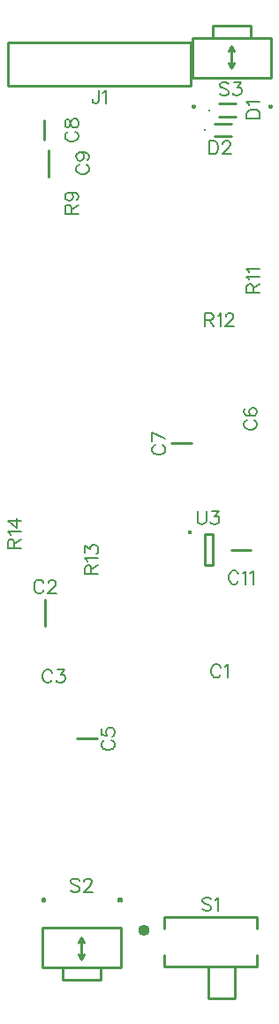
<source format=gbr>
G04 DipTrace 3.1.0.1*
G04 TopSilk.gbr*
%MOIN*%
G04 #@! TF.FileFunction,Legend,Top*
G04 #@! TF.Part,Single*
%ADD10C,0.009843*%
%ADD19O,0.043323X0.04321*%
%ADD24C,0.009433*%
%ADD35C,0.015395*%
%ADD76C,0.00772*%
%FSLAX26Y26*%
G04*
G70*
G90*
G75*
G01*
G04 TopSilk*
%LPD*%
X562045Y1727622D2*
D10*
Y1815122D1*
Y1740122D2*
Y1715122D1*
X744446Y1289970D2*
X694451D1*
X681949D1*
X744446D2*
X756949D1*
X1050739Y2402791D2*
X1100734D1*
X1113236D1*
X1050739D2*
X1038236D1*
X556829Y3559065D2*
Y3609060D1*
Y3621563D1*
Y3559065D2*
Y3546563D1*
X574546Y3421550D2*
Y3509050D1*
Y3434050D2*
Y3409050D1*
X1325757Y2002545D2*
X1275762D1*
X1263260D1*
X1325757D2*
X1338260D1*
X1218806Y3682692D2*
X1281797D1*
X1218806Y3635449D2*
X1281797D1*
D24*
X1181798Y3659071D3*
X1200054Y3607684D2*
D10*
X1263045D1*
X1200054Y3560442D2*
X1263045D1*
D24*
X1163046Y3584063D3*
X421003Y3912829D2*
D10*
X1109979D1*
Y3751412D1*
X421003D1*
Y3912829D1*
X1360039Y473618D2*
Y429886D1*
X1010039D1*
Y473618D1*
X1360039Y573608D2*
Y617371D1*
X1010039D1*
Y573608D1*
X1278780Y311122D2*
X1178780D1*
Y429886D1*
X1278780D1*
Y311122D1*
X551194Y688987D2*
Y679159D1*
X769669Y379921D2*
X627969D1*
Y427425D1*
X769669Y379921D2*
Y427425D1*
X698819Y462534D2*
Y539306D1*
Y541284D2*
X708658Y521597D1*
X698819Y541284D2*
X688980Y521597D1*
X698819Y456631D2*
X708658Y478297D1*
X698819Y456631D2*
X688980Y478297D1*
X551194Y688987D2*
X557430D1*
X558365D2*
Y679159D1*
X846444Y427425D2*
X551194D1*
X846479Y688987D2*
X846444Y679159D1*
X839272Y688987D2*
X845509D1*
X839272D2*
Y679159D1*
X551194Y427425D2*
Y576765D1*
X846444D2*
Y427425D1*
Y576765D2*
X551194D1*
X1413373Y3669281D2*
Y3679109D1*
X1194898Y3978346D2*
X1336598D1*
Y3930843D1*
X1194898Y3978346D2*
Y3930843D1*
X1265748Y3895733D2*
Y3818961D1*
Y3816983D2*
X1255909Y3836671D1*
X1265748Y3816983D2*
X1275587Y3836671D1*
X1265748Y3901636D2*
X1255909Y3879971D1*
X1265748Y3901636D2*
X1275587Y3879971D1*
X1413373Y3669281D2*
X1407137D1*
X1406202D2*
Y3679109D1*
X1118123Y3930843D2*
X1413373D1*
X1118088Y3669281D2*
X1118123Y3679109D1*
X1125294Y3669281D2*
X1119058D1*
X1125294D2*
Y3679109D1*
X1413373Y3930843D2*
Y3781503D1*
X1118123D2*
Y3930843D1*
Y3781503D2*
X1413373D1*
D35*
X1109116Y2067065D3*
X1163182Y2061802D2*
D10*
Y1943694D1*
X1194672Y2061802D2*
Y1943694D1*
X1163182D2*
X1194672D1*
X1163182Y2061802D2*
X1194672D1*
D19*
X935024Y567816D3*
X1223971Y1558343D2*
D76*
X1221594Y1563096D1*
X1216786Y1567904D1*
X1212032Y1570281D1*
X1202471D1*
X1197662Y1567904D1*
X1192909Y1563096D1*
X1190477Y1558343D1*
X1188101Y1551158D1*
Y1539164D1*
X1190477Y1532034D1*
X1192909Y1527226D1*
X1197662Y1522473D1*
X1202471Y1520041D1*
X1212032D1*
X1216786Y1522473D1*
X1221594Y1527226D1*
X1223971Y1532034D1*
X1239410Y1560664D2*
X1244218Y1563096D1*
X1251403Y1570226D1*
Y1520041D1*
X555513Y1876407D2*
X553137Y1881160D1*
X548328Y1885969D1*
X543575Y1888345D1*
X534013D1*
X529205Y1885969D1*
X524452Y1881160D1*
X522020Y1876407D1*
X519643Y1869222D1*
Y1857228D1*
X522020Y1850099D1*
X524452Y1845290D1*
X529205Y1840537D1*
X534013Y1838105D1*
X543575D1*
X548328Y1840537D1*
X553137Y1845290D1*
X555513Y1850099D1*
X573384Y1876352D2*
Y1878728D1*
X575761Y1883537D1*
X578138Y1885913D1*
X582946Y1888290D1*
X592508D1*
X597261Y1885913D1*
X599637Y1883537D1*
X602069Y1878728D1*
Y1873975D1*
X599637Y1869167D1*
X594884Y1862037D1*
X570953Y1838105D1*
X604446D1*
X587654Y1538871D2*
X585277Y1543625D1*
X580469Y1548433D1*
X575715Y1550810D1*
X566154D1*
X561345Y1548433D1*
X556592Y1543625D1*
X554160Y1538871D1*
X551784Y1531686D1*
Y1519693D1*
X554160Y1512563D1*
X556592Y1507755D1*
X561345Y1503002D1*
X566154Y1500570D1*
X575715D1*
X580469Y1503002D1*
X585277Y1507755D1*
X587654Y1512563D1*
X607901Y1550754D2*
X634154D1*
X619840Y1531631D1*
X627025D1*
X631778Y1529255D1*
X634154Y1526878D1*
X636586Y1519693D1*
Y1514940D1*
X634154Y1507755D1*
X629401Y1502946D1*
X622216Y1500570D1*
X615031D1*
X607901Y1502946D1*
X605525Y1505378D1*
X603093Y1510131D1*
X785846Y1283439D2*
X781093Y1281062D1*
X776284Y1276254D1*
X773908Y1271500D1*
Y1261939D1*
X776284Y1257130D1*
X781093Y1252377D1*
X785846Y1249945D1*
X793031Y1247569D1*
X805024D1*
X812154Y1249945D1*
X816962Y1252377D1*
X821716Y1257130D1*
X824148Y1261939D1*
Y1271500D1*
X821716Y1276253D1*
X816963Y1281062D1*
X812154Y1283439D1*
X773963Y1327563D2*
Y1303686D1*
X795463Y1301310D1*
X793086Y1303686D1*
X790654Y1310871D1*
Y1318001D1*
X793086Y1325186D1*
X797839Y1329995D1*
X805024Y1332371D1*
X809777D1*
X816963Y1329994D1*
X821771Y1325186D1*
X824148Y1318001D1*
Y1310871D1*
X821771Y1303686D1*
X819339Y1301310D1*
X814586Y1298878D1*
X1323398Y2490774D2*
X1318645Y2488397D1*
X1313837Y2483589D1*
X1311460Y2478836D1*
Y2469274D1*
X1313837Y2464466D1*
X1318645Y2459712D1*
X1323398Y2457281D1*
X1330583Y2454904D1*
X1342577D1*
X1349707Y2457281D1*
X1354515Y2459712D1*
X1359268Y2464466D1*
X1361700Y2469274D1*
Y2478836D1*
X1359268Y2483589D1*
X1354515Y2488397D1*
X1349707Y2490774D1*
X1318645Y2534898D2*
X1313892Y2532521D1*
X1311515Y2525336D1*
Y2520583D1*
X1313892Y2513398D1*
X1321077Y2508590D1*
X1333015Y2506213D1*
X1344953D1*
X1354515Y2508590D1*
X1359323Y2513398D1*
X1361700Y2520583D1*
Y2522960D1*
X1359323Y2530090D1*
X1354515Y2534898D1*
X1347330Y2537275D1*
X1344953D1*
X1337768Y2534898D1*
X1333015Y2530090D1*
X1330639Y2522960D1*
Y2520583D1*
X1333015Y2513398D1*
X1337768Y2508590D1*
X1344953Y2506213D1*
X976951Y2396260D2*
X972198Y2393884D1*
X967390Y2389075D1*
X965013Y2384322D1*
Y2374760D1*
X967390Y2369952D1*
X972198Y2365199D1*
X976951Y2362767D1*
X984136Y2360390D1*
X996130D1*
X1003260Y2362767D1*
X1008068Y2365199D1*
X1012821Y2369952D1*
X1015253Y2374760D1*
Y2384322D1*
X1012821Y2389075D1*
X1008068Y2393883D1*
X1003260Y2396260D1*
X1015253Y2421261D2*
X965068Y2445193D1*
Y2411699D1*
X648718Y3577559D2*
X643965Y3575183D1*
X639157Y3570374D1*
X636780Y3565621D1*
Y3556060D1*
X639157Y3551251D1*
X643965Y3546498D1*
X648718Y3544066D1*
X655903Y3541690D1*
X667897D1*
X675027Y3544066D1*
X679835Y3546498D1*
X684588Y3551251D1*
X687020Y3556060D1*
Y3565621D1*
X684588Y3570374D1*
X679835Y3575183D1*
X675027Y3577559D1*
X636836Y3604937D2*
X639212Y3597807D1*
X643965Y3595375D1*
X648774D1*
X653527Y3597807D1*
X655959Y3602560D1*
X658335Y3612122D1*
X660712Y3619307D1*
X665520Y3624060D1*
X670274Y3626437D1*
X677459D1*
X682212Y3624060D1*
X684644Y3621683D1*
X687020Y3614498D1*
Y3604937D1*
X684644Y3597807D1*
X682212Y3595375D1*
X677459Y3592999D1*
X670274D1*
X665520Y3595375D1*
X660712Y3600184D1*
X658335Y3607313D1*
X655959Y3616875D1*
X653527Y3621683D1*
X648774Y3624060D1*
X643965D1*
X639212Y3621683D1*
X636836Y3614498D1*
Y3604937D1*
X690057Y3453707D2*
X685304Y3451330D1*
X680495Y3446522D1*
X678119Y3441769D1*
Y3432207D1*
X680495Y3427399D1*
X685304Y3422645D1*
X690057Y3420214D1*
X697242Y3417837D1*
X709236D1*
X716365Y3420214D1*
X721174Y3422645D1*
X725927Y3427399D1*
X728359Y3432207D1*
Y3441769D1*
X725927Y3446522D1*
X721174Y3451330D1*
X716365Y3453707D1*
X694866Y3500263D2*
X702051Y3497831D1*
X706859Y3493078D1*
X709236Y3485893D1*
Y3483516D1*
X706859Y3476331D1*
X702051Y3471578D1*
X694866Y3469146D1*
X692489D1*
X685304Y3471578D1*
X680551Y3476331D1*
X678174Y3483516D1*
Y3485893D1*
X680551Y3493078D1*
X685304Y3497831D1*
X694866Y3500263D1*
X706859D1*
X718797Y3497831D1*
X725982Y3493078D1*
X728359Y3485893D1*
Y3481140D1*
X725982Y3473955D1*
X721174Y3471578D1*
X1291262Y1910656D2*
X1288885Y1915409D1*
X1284077Y1920217D1*
X1279324Y1922594D1*
X1269762D1*
X1264954Y1920217D1*
X1260201Y1915409D1*
X1257769Y1910656D1*
X1255392Y1903471D1*
Y1891477D1*
X1257769Y1884347D1*
X1260201Y1879539D1*
X1264954Y1874786D1*
X1269762Y1872354D1*
X1279324D1*
X1284077Y1874786D1*
X1288885Y1879539D1*
X1291262Y1884347D1*
X1306701Y1912977D2*
X1311510Y1915409D1*
X1318695Y1922539D1*
Y1872354D1*
X1334134Y1912977D2*
X1338943Y1915409D1*
X1346128Y1922539D1*
Y1872354D1*
X1322384Y3628608D2*
X1372624D1*
Y3645355D1*
X1370192Y3652540D1*
X1365439Y3657348D1*
X1360630Y3659725D1*
X1353501Y3662101D1*
X1341507D1*
X1334322Y3659725D1*
X1329569Y3657348D1*
X1324761Y3652540D1*
X1322384Y3645355D1*
Y3628608D1*
X1332001Y3677540D2*
X1329569Y3682349D1*
X1322439Y3689534D1*
X1372624D1*
X1181288Y3543483D2*
Y3493243D1*
X1198035D1*
X1205220Y3495675D1*
X1210029Y3500428D1*
X1212405Y3505236D1*
X1214782Y3512366D1*
Y3524360D1*
X1212405Y3531545D1*
X1210029Y3536298D1*
X1205220Y3541106D1*
X1198035Y3543483D1*
X1181288D1*
X1232653Y3531489D2*
Y3533866D1*
X1235029Y3538674D1*
X1237406Y3541051D1*
X1242214Y3543428D1*
X1251776D1*
X1256529Y3541051D1*
X1258906Y3538674D1*
X1261338Y3533866D1*
Y3529113D1*
X1258906Y3524304D1*
X1254153Y3517175D1*
X1230221Y3493243D1*
X1263714D1*
X763740Y3734453D2*
Y3696207D1*
X761364Y3689022D1*
X758932Y3686645D1*
X754179Y3684213D1*
X749370D1*
X744617Y3686645D1*
X742240Y3689022D1*
X739809Y3696207D1*
Y3700960D1*
X779180Y3724836D2*
X783988Y3727268D1*
X791173Y3734398D1*
Y3684213D1*
X660712Y3269010D2*
Y3290509D1*
X658280Y3297694D1*
X655904Y3300126D1*
X651150Y3302503D1*
X646342D1*
X641589Y3300126D1*
X639157Y3297694D1*
X636780Y3290509D1*
Y3269010D1*
X687020D1*
X660712Y3285756D2*
X687020Y3302503D1*
X653527Y3349059D2*
X660712Y3346627D1*
X665520Y3341874D1*
X667897Y3334689D1*
Y3332312D1*
X665520Y3325127D1*
X660712Y3320374D1*
X653527Y3317942D1*
X651150D1*
X643965Y3320374D1*
X639212Y3325127D1*
X636836Y3332312D1*
Y3334689D1*
X639212Y3341874D1*
X643965Y3346627D1*
X653527Y3349059D1*
X665520D1*
X677459Y3346627D1*
X684644Y3341874D1*
X687020Y3334689D1*
Y3329936D1*
X684644Y3322751D1*
X679835Y3320374D1*
X1346175Y2970972D2*
Y2992471D1*
X1343743Y2999656D1*
X1341367Y3002088D1*
X1336614Y3004465D1*
X1331805D1*
X1327052Y3002088D1*
X1324620Y2999657D1*
X1322244Y2992471D1*
X1322243Y2970972D1*
X1372483D1*
X1346175Y2987718D2*
X1372484Y3004465D1*
X1331860Y3019904D2*
X1329429Y3024713D1*
X1322299Y3031898D1*
X1372484D1*
X1331860Y3047337D2*
X1329429Y3052145D1*
X1322299Y3059330D1*
X1372484D1*
X1164470Y2869049D2*
X1185969D1*
X1193155Y2871480D1*
X1195586Y2873857D1*
X1197963Y2878610D1*
Y2883419D1*
X1195586Y2888172D1*
X1193155Y2890604D1*
X1185969Y2892980D1*
X1164470D1*
Y2842740D1*
X1181216Y2869049D2*
X1197963Y2842740D1*
X1213402Y2883363D2*
X1218211Y2885795D1*
X1225396Y2892925D1*
Y2842740D1*
X1243267Y2880987D2*
Y2883363D1*
X1245643Y2888172D1*
X1248020Y2890548D1*
X1252828Y2892925D1*
X1262390D1*
X1267143Y2890548D1*
X1269520Y2888172D1*
X1271952Y2883363D1*
Y2878610D1*
X1269520Y2873802D1*
X1264767Y2866672D1*
X1240835Y2842740D1*
X1274328D1*
X735925Y1910214D2*
Y1931714D1*
X733493Y1938899D1*
X731116Y1941331D1*
X726363Y1943707D1*
X721554D1*
X716801Y1941331D1*
X714369Y1938899D1*
X711993Y1931714D1*
Y1910214D1*
X762233D1*
X735925Y1926961D2*
X762233Y1943707D1*
X721610Y1959146D2*
X719178Y1963955D1*
X712048Y1971140D1*
X762233D1*
X712048Y1991388D2*
Y2017641D1*
X731171Y2003326D1*
Y2010511D1*
X733548Y2015264D1*
X735925Y2017641D1*
X743110Y2020072D1*
X747863D1*
X755048Y2017641D1*
X759856Y2012887D1*
X762233Y2005702D1*
Y1998517D1*
X759856Y1991387D1*
X757424Y1989011D1*
X752671Y1986579D1*
X444546Y2009036D2*
Y2030536D1*
X442114Y2037721D1*
X439738Y2040153D1*
X434984Y2042529D1*
X430176D1*
X425423Y2040153D1*
X422991Y2037721D1*
X420614Y2030536D1*
Y2009036D1*
X470854D1*
X444546Y2025783D2*
X470854Y2042529D1*
X430231Y2057969D2*
X427799Y2062777D1*
X420670Y2069962D1*
X470854D1*
Y2109333D2*
X420670D1*
X454108Y2085401D1*
Y2121271D1*
X1188070Y683409D2*
X1183316Y688218D1*
X1176131Y690594D1*
X1166570D1*
X1159385Y688218D1*
X1154576Y683409D1*
Y678656D1*
X1157008Y673848D1*
X1159385Y671471D1*
X1164138Y669095D1*
X1178508Y664286D1*
X1183316Y661910D1*
X1185693Y659478D1*
X1188070Y654725D1*
Y647540D1*
X1183316Y642786D1*
X1176131Y640354D1*
X1166570D1*
X1159385Y642786D1*
X1154576Y647540D1*
X1203509Y680978D2*
X1208317Y683409D1*
X1215502Y690539D1*
Y640354D1*
X691099Y755025D2*
X686346Y759833D1*
X679161Y762210D1*
X669599D1*
X662414Y759833D1*
X657606Y755025D1*
Y750272D1*
X660038Y745463D1*
X662414Y743087D1*
X667168Y740710D1*
X681538Y735902D1*
X686346Y733525D1*
X688723Y731093D1*
X691099Y726340D1*
Y719155D1*
X686346Y714402D1*
X679161Y711970D1*
X669599D1*
X662414Y714402D1*
X657606Y719155D1*
X708970Y750216D2*
Y752593D1*
X711347Y757402D1*
X713724Y759778D1*
X718532Y762155D1*
X728094D1*
X732847Y759778D1*
X735223Y757402D1*
X737655Y752593D1*
Y747840D1*
X735223Y743031D1*
X730470Y735902D1*
X706539Y711970D1*
X740032D1*
X1254091Y3756983D2*
X1249338Y3761791D1*
X1242153Y3764168D1*
X1232592D1*
X1225407Y3761791D1*
X1220598Y3756983D1*
Y3752230D1*
X1223030Y3747421D1*
X1225407Y3745045D1*
X1230160Y3742668D1*
X1244530Y3737860D1*
X1249338Y3735483D1*
X1251715Y3733051D1*
X1254091Y3728298D1*
Y3721113D1*
X1249338Y3716360D1*
X1242153Y3713928D1*
X1232592D1*
X1225407Y3716360D1*
X1220598Y3721113D1*
X1274339Y3764113D2*
X1300592D1*
X1286277Y3744989D1*
X1293462D1*
X1298216Y3742613D1*
X1300592Y3740236D1*
X1303024Y3733051D1*
Y3728298D1*
X1300592Y3721113D1*
X1295839Y3716305D1*
X1288654Y3713928D1*
X1281469D1*
X1274339Y3716305D1*
X1271963Y3718736D1*
X1269531Y3723490D1*
X1136343Y2147988D2*
Y2112118D1*
X1138720Y2104933D1*
X1143529Y2100180D1*
X1150714Y2097748D1*
X1155467D1*
X1162652Y2100180D1*
X1167460Y2104933D1*
X1169837Y2112118D1*
Y2147988D1*
X1190085Y2147933D2*
X1216338D1*
X1202023Y2128810D1*
X1209208D1*
X1213961Y2126433D1*
X1216338Y2124056D1*
X1218769Y2116871D1*
Y2112118D1*
X1216338Y2104933D1*
X1211584Y2100125D1*
X1204399Y2097748D1*
X1197214D1*
X1190085Y2100125D1*
X1187708Y2102557D1*
X1185276Y2107310D1*
M02*

</source>
